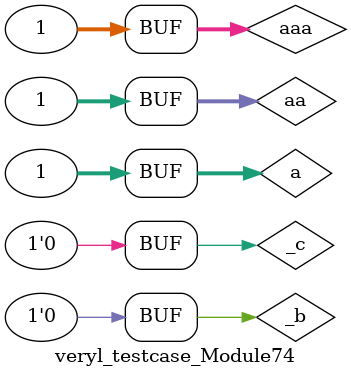
<source format=sv>
module veryl_testcase_Module74;
    logic [32-1:0] a  ; always_comb a   = 1;
    logic [32-1:0] aa ; always_comb aa  = 1;
    logic [32-1:0] aaa; always_comb aaa = 1;

    logic _b; always_comb _b = {
        {1{a[0]}}, {1{a[0]}},
        {8{aa[1]}}, {8{aa[1]}},
        {16{aaa[2]}}, {16{aaa[2]}},
        {1{a[3]}}, {1{a[3]}},
        {8{aa[4]}}, {8{aa[4]}},
        {16{aaa[5]}}, {16{aaa[5]}},
        {1{a[6]}}, {1{a[6]}},
        {8{aa[7]}}, {8{aa[7]}},
        {16{aaa[8]}}, {16{aaa[8]}},
        {1{a[9]}}, {1{a[9]}},
        {8{aa[10]}}, {8{aa[10]}},
        {16{aaa[11]}}, {16{aaa[11]}}
    };

    logic _c ; always_comb _c  = {
        {1 {a  [0 ]}}, {1 {a  [0 ]}},
        {8 {aa [1 ]}}, {8 {aa [1 ]}},
        {16{aaa[2 ]}}, {16{aaa[2 ]}},
        {1 {a  [3 ]}}, {1 {a  [3 ]}},
        {8 {aa [4 ]}}, {8 {aa [4 ]}},
        {16{aaa[5 ]}}, {16{aaa[5 ]}},
        {1 {a  [6 ]}}, {1 {a  [6 ]}},
        {8 {aa [7 ]}}, {8 {aa [7 ]}},
        {16{aaa[8 ]}}, {16{aaa[8 ]}},
        {1 {a  [9 ]}}, {1 {a  [9 ]}},
        {8 {aa [10]}}, {8 {aa [10]}},
        {16{aaa[11]}}, {16{aaa[11]}}
    };
endmodule
//# sourceMappingURL=../map/74_align.sv.map

</source>
